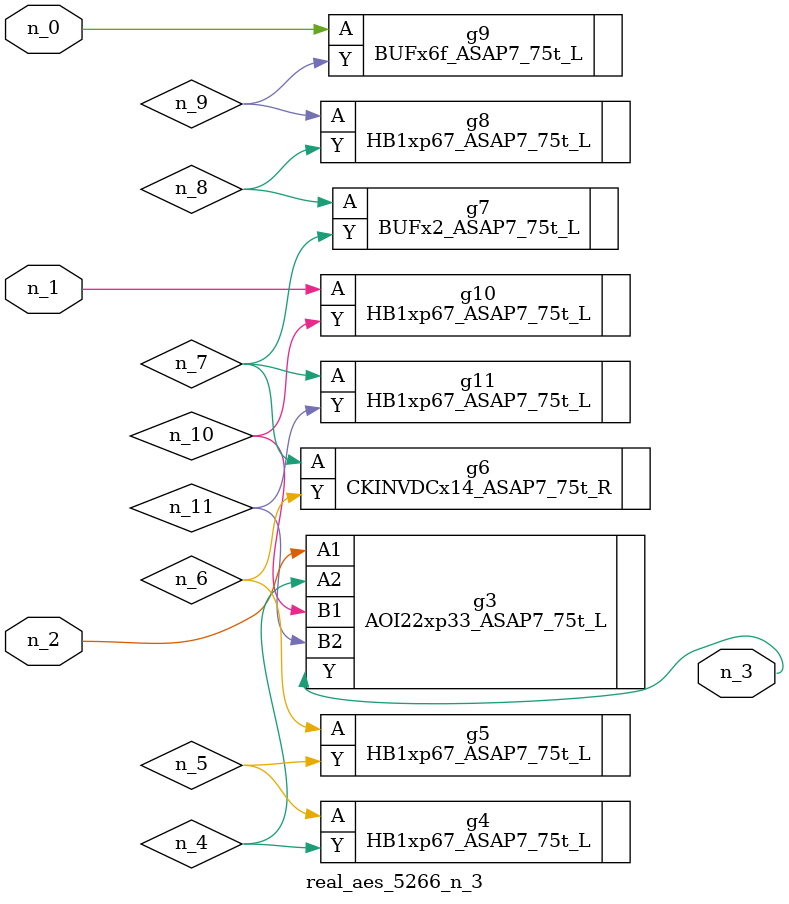
<source format=v>
module real_aes_5266_n_3 (n_0, n_2, n_1, n_3);
input n_0;
input n_2;
input n_1;
output n_3;
wire n_4;
wire n_5;
wire n_7;
wire n_8;
wire n_6;
wire n_9;
wire n_10;
wire n_11;
BUFx6f_ASAP7_75t_L g9 ( .A(n_0), .Y(n_9) );
HB1xp67_ASAP7_75t_L g10 ( .A(n_1), .Y(n_10) );
AOI22xp33_ASAP7_75t_L g3 ( .A1(n_2), .A2(n_4), .B1(n_10), .B2(n_11), .Y(n_3) );
HB1xp67_ASAP7_75t_L g4 ( .A(n_5), .Y(n_4) );
HB1xp67_ASAP7_75t_L g5 ( .A(n_6), .Y(n_5) );
CKINVDCx14_ASAP7_75t_R g6 ( .A(n_7), .Y(n_6) );
HB1xp67_ASAP7_75t_L g11 ( .A(n_7), .Y(n_11) );
BUFx2_ASAP7_75t_L g7 ( .A(n_8), .Y(n_7) );
HB1xp67_ASAP7_75t_L g8 ( .A(n_9), .Y(n_8) );
endmodule
</source>
